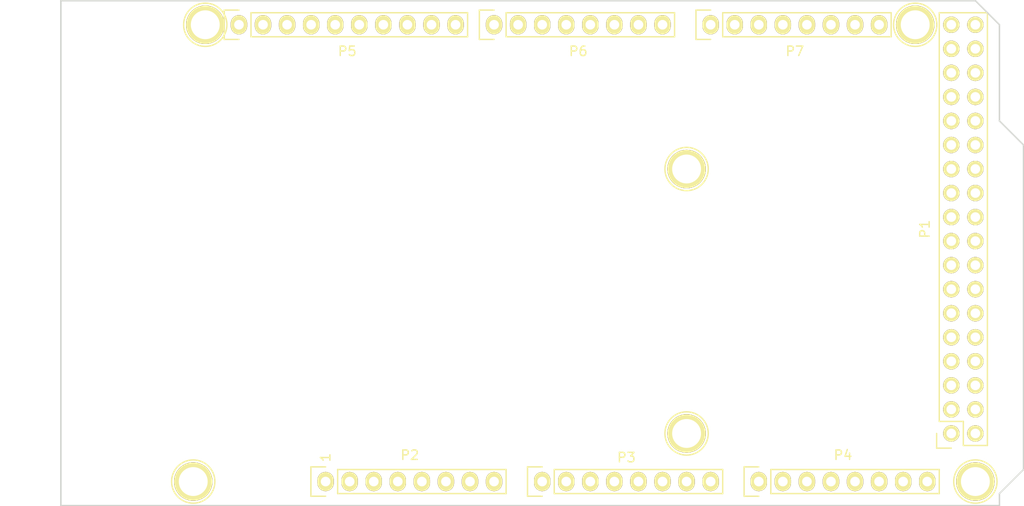
<source format=kicad_pcb>
(kicad_pcb (version 20221018) (generator pcbnew)
  (title_block (date "mar. 31 mars 2015"))
  (layers (0 "F.Cu" signal) (31 "B.Cu" signal) (34 "B.Paste" user) (35 "F.Paste" user) (36 "B.SilkS" user "B.Silkscreen") (37 "F.SilkS" user "F.Silkscreen") (38 "B.Mask" user) (39 "F.Mask" user) (44 "Edge.Cuts" user))
  (net 0 "")
  (net 1 "GND")
  (net 2 "/52(SCK)")
  (net 3 "/53(SS)")
  (net 4 "/50(MISO)")
  (net 5 "/51(MOSI)")
  (net 6 "/48")
  (net 7 "/49")
  (net 8 "/46")
  (net 9 "/47")
  (net 10 "/44")
  (net 11 "/45")
  (net 12 "/42")
  (net 13 "/43")
  (net 14 "/40")
  (net 15 "/41")
  (net 16 "/38")
  (net 17 "/39")
  (net 18 "/36")
  (net 19 "/37")
  (net 20 "/34")
  (net 21 "/35")
  (net 22 "/32")
  (net 23 "/33")
  (net 24 "/30")
  (net 25 "/31")
  (net 26 "/28")
  (net 27 "/29")
  (net 28 "/26")
  (net 29 "/27")
  (net 30 "/24")
  (net 31 "/25")
  (net 32 "/22")
  (net 33 "/23")
  (net 34 "+5V")
  (net 35 "/IOREF")
  (net 36 "/Reset")
  (net 37 "/Vin")
  (net 38 "/A0")
  (net 39 "/A1")
  (net 40 "/A2")
  (net 41 "/A3")
  (net 42 "/A4")
  (net 43 "/A5")
  (net 44 "/A6")
  (net 45 "/A7")
  (net 46 "/A8")
  (net 47 "/A9")
  (net 48 "/A10")
  (net 49 "/A11")
  (net 50 "/A12")
  (net 51 "/A13")
  (net 52 "/A14")
  (net 53 "/A15")
  (net 54 "/SCL")
  (net 55 "/SDA")
  (net 56 "/AREF")
  (net 57 "/13(**)")
  (net 58 "/12(**)")
  (net 59 "/11(**)")
  (net 60 "/10(**)")
  (net 61 "/9(**)")
  (net 62 "/8(**)")
  (net 63 "/7(**)")
  (net 64 "/6(**)")
  (net 65 "/5(**)")
  (net 66 "/4(**)")
  (net 67 "/3(**)")
  (net 68 "/2(**)")
  (net 69 "/20(SDA)")
  (net 70 "/21(SCL)")
  (net 71 "Net-(P8-Pad1)")
  (net 72 "Net-(P9-Pad1)")
  (net 73 "Net-(P10-Pad1)")
  (net 74 "Net-(P11-Pad1)")
  (net 75 "Net-(P12-Pad1)")
  (net 76 "Net-(P13-Pad1)")
  (net 77 "Net-(P2-Pad1)")
  (net 78 "+3V3")
  (net 79 "/1(Tx0)")
  (net 80 "/0(Rx0)")
  (net 81 "/14(Tx3)")
  (net 82 "/15(Rx3)")
  (net 83 "/16(Tx2)")
  (net 84 "/17(Rx2)")
  (net 85 "/18(Tx1)")
  (net 86 "/19(Rx1)")
  (footprint "Socket_Arduino_Mega:Socket_Strip_Arduino_2x18" (layer "F.Cu") (at 197.358 114.046 90)
    (fp_text reference "P1" (at 21.59 -2.794 90) (layer "F.SilkS"))
    (fp_text value "Digital")
    (fp_line (start -1.55 -1.55) (end -1.55 0) (stroke (width 0.15)) (layer "F.SilkS"))
    (fp_line (start -1.27 1.27) (end 1.27 1.27) (stroke (width 0.15)) (layer "F.SilkS"))
    (fp_line (start -1.27 3.81) (end -1.27 1.27) (stroke (width 0.15)) (layer "F.SilkS"))
    (fp_line (start -1.27 3.81) (end 44.45 3.81) (stroke (width 0.15)) (layer "F.SilkS"))
    (fp_line (start 0 -1.55) (end -1.55 -1.55) (stroke (width 0.15)) (layer "F.SilkS"))
    (fp_line (start 1.27 1.27) (end 1.27 -1.27) (stroke (width 0.15)) (layer "F.SilkS"))
    (fp_line (start 44.45 -1.27) (end 1.27 -1.27) (stroke (width 0.15)) (layer "F.SilkS"))
    (fp_line (start 44.45 3.81) (end 44.45 -1.27) (stroke (width 0.15)) (layer "F.SilkS"))
    (pad "1" thru_hole circle locked (at 0 0 90) (size 1.7272 1.7272) (drill 1.016) (layers "*.Cu" "*.Mask" "F.SilkS") (net 1 "GND"))
    (pad "2" thru_hole oval locked (at 0 2.54 90) (size 1.7272 1.7272) (drill 1.016) (layers "*.Cu" "*.Mask" "F.SilkS") (net 1 "GND"))
    (pad "3" thru_hole oval locked (at 2.54 0 90) (size 1.7272 1.7272) (drill 1.016) (layers "*.Cu" "*.Mask" "F.SilkS") (net 2 "/52(SCK)"))
    (pad "4" thru_hole oval locked (at 2.54 2.54 90) (size 1.7272 1.7272) (drill 1.016) (layers "*.Cu" "*.Mask" "F.SilkS") (net 3 "/53(SS)"))
    (pad "5" thru_hole oval locked (at 5.08 0 90) (size 1.7272 1.7272) (drill 1.016) (layers "*.Cu" "*.Mask" "F.SilkS") (net 4 "/50(MISO)"))
    (pad "6" thru_hole oval locked (at 5.08 2.54 90) (size 1.7272 1.7272) (drill 1.016) (layers "*.Cu" "*.Mask" "F.SilkS") (net 5 "/51(MOSI)"))
    (pad "7" thru_hole oval locked (at 7.62 0 90) (size 1.7272 1.7272) (drill 1.016) (layers "*.Cu" "*.Mask" "F.SilkS") (net 6 "/48"))
    (pad "8" thru_hole oval locked (at 7.62 2.54 90) (size 1.7272 1.7272) (drill 1.016) (layers "*.Cu" "*.Mask" "F.SilkS") (net 7 "/49"))
    (pad "9" thru_hole oval locked (at 10.16 0 90) (size 1.7272 1.7272) (drill 1.016) (layers "*.Cu" "*.Mask" "F.SilkS") (net 8 "/46"))
    (pad "10" thru_hole oval locked (at 10.16 2.54 90) (size 1.7272 1.7272) (drill 1.016) (layers "*.Cu" "*.Mask" "F.SilkS") (net 9 "/47"))
    (pad "11" thru_hole oval locked (at 12.7 0 90) (size 1.7272 1.7272) (drill 1.016) (layers "*.Cu" "*.Mask" "F.SilkS") (net 10 "/44"))
    (pad "12" thru_hole oval locked (at 12.7 2.54 90) (size 1.7272 1.7272) (drill 1.016) (layers "*.Cu" "*.Mask" "F.SilkS") (net 11 "/45"))
    (pad "13" thru_hole oval locked (at 15.24 0 90) (size 1.7272 1.7272) (drill 1.016) (layers "*.Cu" "*.Mask" "F.SilkS") (net 12 "/42"))
    (pad "14" thru_hole oval locked (at 15.24 2.54 90) (size 1.7272 1.7272) (drill 1.016) (layers "*.Cu" "*.Mask" "F.SilkS") (net 13 "/43"))
    (pad "15" thru_hole oval locked (at 17.78 0 90) (size 1.7272 1.7272) (drill 1.016) (layers "*.Cu" "*.Mask" "F.SilkS") (net 14 "/40"))
    (pad "16" thru_hole oval locked (at 17.78 2.54 90) (size 1.7272 1.7272) (drill 1.016) (layers "*.Cu" "*.Mask" "F.SilkS") (net 15 "/41"))
    (pad "17" thru_hole oval locked (at 20.32 0 90) (size 1.7272 1.7272) (drill 1.016) (layers "*.Cu" "*.Mask" "F.SilkS") (net 16 "/38"))
    (pad "18" thru_hole oval locked (at 20.32 2.54 90) (size 1.7272 1.7272) (drill 1.016) (layers "*.Cu" "*.Mask" "F.SilkS") (net 17 "/39"))
    (pad "19" thru_hole oval locked (at 22.86 0 90) (size 1.7272 1.7272) (drill 1.016) (layers "*.Cu" "*.Mask" "F.SilkS") (net 18 "/36"))
    (pad "20" thru_hole oval locked (at 22.86 2.54 90) (size 1.7272 1.7272) (drill 1.016) (layers "*.Cu" "*.Mask" "F.SilkS") (net 19 "/37"))
    (pad "21" thru_hole oval locked (at 25.4 0 90) (size 1.7272 1.7272) (drill 1.016) (layers "*.Cu" "*.Mask" "F.SilkS") (net 20 "/34"))
    (pad "22" thru_hole oval locked (at 25.4 2.54 90) (size 1.7272 1.7272) (drill 1.016) (layers "*.Cu" "*.Mask" "F.SilkS") (net 21 "/35"))
    (pad "23" thru_hole oval locked (at 27.94 0 90) (size 1.7272 1.7272) (drill 1.016) (layers "*.Cu" "*.Mask" "F.SilkS") (net 22 "/32"))
    (pad "24" thru_hole oval locked (at 27.94 2.54 90) (size 1.7272 1.7272) (drill 1.016) (layers "*.Cu" "*.Mask" "F.SilkS") (net 23 "/33"))
    (pad "25" thru_hole oval locked (at 30.48 0 90) (size 1.7272 1.7272) (drill 1.016) (layers "*.Cu" "*.Mask" "F.SilkS") (net 24 "/30"))
    (pad "26" thru_hole oval locked (at 30.48 2.54 90) (size 1.7272 1.7272) (drill 1.016) (layers "*.Cu" "*.Mask" "F.SilkS") (net 25 "/31"))
    (pad "27" thru_hole oval locked (at 33.02 0 90) (size 1.7272 1.7272) (drill 1.016) (layers "*.Cu" "*.Mask" "F.SilkS") (net 26 "/28"))
    (pad "28" thru_hole oval locked (at 33.02 2.54 90) (size 1.7272 1.7272) (drill 1.016) (layers "*.Cu" "*.Mask" "F.SilkS") (net 27 "/29"))
    (pad "29" thru_hole oval locked (at 35.56 0 90) (size 1.7272 1.7272) (drill 1.016) (layers "*.Cu" "*.Mask" "F.SilkS") (net 28 "/26"))
    (pad "30" thru_hole oval locked (at 35.56 2.54 90) (size 1.7272 1.7272) (drill 1.016) (layers "*.Cu" "*.Mask" "F.SilkS") (net 29 "/27"))
    (pad "31" thru_hole oval locked (at 38.1 0 90) (size 1.7272 1.7272) (drill 1.016) (layers "*.Cu" "*.Mask" "F.SilkS") (net 30 "/24"))
    (pad "32" thru_hole oval locked (at 38.1 2.54 90) (size 1.7272 1.7272) (drill 1.016) (layers "*.Cu" "*.Mask" "F.SilkS") (net 31 "/25"))
    (pad "33" thru_hole oval locked (at 40.64 0 90) (size 1.7272 1.7272) (drill 1.016) (layers "*.Cu" "*.Mask" "F.SilkS") (net 32 "/22"))
    (pad "34" thru_hole oval locked (at 40.64 2.54 90) (size 1.7272 1.7272) (drill 1.016) (layers "*.Cu" "*.Mask" "F.SilkS") (net 33 "/23"))
    (pad "35" thru_hole oval locked (at 43.18 0 90) (size 1.7272 1.7272) (drill 1.016) (layers "*.Cu" "*.Mask" "F.SilkS") (net 34 "+5V"))
    (pad "36" thru_hole oval locked (at 43.18 2.54 90) (size 1.7272 1.7272) (drill 1.016) (layers "*.Cu" "*.Mask" "F.SilkS") (net 34 "+5V"))
  )
  (footprint "Socket_Arduino_Mega:Socket_Strip_Arduino_1x08" (layer "F.Cu") (at 131.318 119.126)
    (fp_text reference "P2" (at 8.89 -2.794) (layer "F.SilkS"))
    (fp_text value "Power")
    (fp_line (start -1.55 -1.55) (end -1.55 1.55) (stroke (width 0.15)) (layer "F.SilkS"))
    (fp_line (start -1.55 1.55) (end 0 1.55) (stroke (width 0.15)) (layer "F.SilkS"))
    (fp_line (start 0 -1.55) (end -1.55 -1.55) (stroke (width 0.15)) (layer "F.SilkS"))
    (fp_line (start 1.27 1.27) (end 1.27 -1.27) (stroke (width 0.15)) (layer "F.SilkS"))
    (fp_line (start 1.27 1.27) (end 19.05 1.27) (stroke (width 0.15)) (layer "F.SilkS"))
    (fp_line (start 19.05 -1.27) (end 1.27 -1.27) (stroke (width 0.15)) (layer "F.SilkS"))
    (fp_line (start 19.05 1.27) (end 19.05 -1.27) (stroke (width 0.15)) (layer "F.SilkS"))
    (pad "1" thru_hole oval locked (at 0 0) (size 1.7272 2.032) (drill 1.016) (layers "*.Cu" "*.Mask" "F.SilkS") (net 77 "Net-(P2-Pad1)"))
    (pad "2" thru_hole oval locked (at 2.54 0) (size 1.7272 2.032) (drill 1.016) (layers "*.Cu" "*.Mask" "F.SilkS") (net 35 "/IOREF"))
    (pad "3" thru_hole oval locked (at 5.08 0) (size 1.7272 2.032) (drill 1.016) (layers "*.Cu" "*.Mask" "F.SilkS") (net 36 "/Reset"))
    (pad "4" thru_hole oval locked (at 7.62 0) (size 1.7272 2.032) (drill 1.016) (layers "*.Cu" "*.Mask" "F.SilkS") (net 78 "+3V3"))
    (pad "5" thru_hole oval locked (at 10.16 0) (size 1.7272 2.032) (drill 1.016) (layers "*.Cu" "*.Mask" "F.SilkS") (net 34 "+5V"))
    (pad "6" thru_hole oval locked (at 12.7 0) (size 1.7272 2.032) (drill 1.016) (layers "*.Cu" "*.Mask" "F.SilkS") (net 1 "GND"))
    (pad "7" thru_hole oval locked (at 15.24 0) (size 1.7272 2.032) (drill 1.016) (layers "*.Cu" "*.Mask" "F.SilkS") (net 1 "GND"))
    (pad "8" thru_hole oval locked (at 17.78 0) (size 1.7272 2.032) (drill 1.016) (layers "*.Cu" "*.Mask" "F.SilkS") (net 37 "/Vin"))
  )
  (footprint "Socket_Arduino_Mega:Socket_Strip_Arduino_1x08" (layer "F.Cu") (at 154.178 119.126)
    (fp_text reference "P3" (at 8.89 -2.54) (layer "F.SilkS"))
    (fp_text value "Analog")
    (fp_line (start -1.55 -1.55) (end -1.55 1.55) (stroke (width 0.15)) (layer "F.SilkS"))
    (fp_line (start -1.55 1.55) (end 0 1.55) (stroke (width 0.15)) (layer "F.SilkS"))
    (fp_line (start 0 -1.55) (end -1.55 -1.55) (stroke (width 0.15)) (layer "F.SilkS"))
    (fp_line (start 1.27 1.27) (end 1.27 -1.27) (stroke (width 0.15)) (layer "F.SilkS"))
    (fp_line (start 1.27 1.27) (end 19.05 1.27) (stroke (width 0.15)) (layer "F.SilkS"))
    (fp_line (start 19.05 -1.27) (end 1.27 -1.27) (stroke (width 0.15)) (layer "F.SilkS"))
    (fp_line (start 19.05 1.27) (end 19.05 -1.27) (stroke (width 0.15)) (layer "F.SilkS"))
    (pad "1" thru_hole oval locked (at 0 0) (size 1.7272 2.032) (drill 1.016) (layers "*.Cu" "*.Mask" "F.SilkS") (net 38 "/A0"))
    (pad "2" thru_hole oval locked (at 2.54 0) (size 1.7272 2.032) (drill 1.016) (layers "*.Cu" "*.Mask" "F.SilkS") (net 39 "/A1"))
    (pad "3" thru_hole oval locked (at 5.08 0) (size 1.7272 2.032) (drill 1.016) (layers "*.Cu" "*.Mask" "F.SilkS") (net 40 "/A2"))
    (pad "4" thru_hole oval locked (at 7.62 0) (size 1.7272 2.032) (drill 1.016) (layers "*.Cu" "*.Mask" "F.SilkS") (net 41 "/A3"))
    (pad "5" thru_hole oval locked (at 10.16 0) (size 1.7272 2.032) (drill 1.016) (layers "*.Cu" "*.Mask" "F.SilkS") (net 42 "/A4"))
    (pad "6" thru_hole oval locked (at 12.7 0) (size 1.7272 2.032) (drill 1.016) (layers "*.Cu" "*.Mask" "F.SilkS") (net 43 "/A5"))
    (pad "7" thru_hole oval locked (at 15.24 0) (size 1.7272 2.032) (drill 1.016) (layers "*.Cu" "*.Mask" "F.SilkS") (net 44 "/A6"))
    (pad "8" thru_hole oval locked (at 17.78 0) (size 1.7272 2.032) (drill 1.016) (layers "*.Cu" "*.Mask" "F.SilkS") (net 45 "/A7"))
  )
  (footprint "Socket_Arduino_Mega:Socket_Strip_Arduino_1x08" (layer "F.Cu") (at 177.038 119.126)
    (fp_text reference "P4" (at 8.89 -2.794) (layer "F.SilkS"))
    (fp_text value "Analog")
    (fp_line (start -1.55 -1.55) (end -1.55 1.55) (stroke (width 0.15)) (layer "F.SilkS"))
    (fp_line (start -1.55 1.55) (end 0 1.55) (stroke (width 0.15)) (layer "F.SilkS"))
    (fp_line (start 0 -1.55) (end -1.55 -1.55) (stroke (width 0.15)) (layer "F.SilkS"))
    (fp_line (start 1.27 1.27) (end 1.27 -1.27) (stroke (width 0.15)) (layer "F.SilkS"))
    (fp_line (start 1.27 1.27) (end 19.05 1.27) (stroke (width 0.15)) (layer "F.SilkS"))
    (fp_line (start 19.05 -1.27) (end 1.27 -1.27) (stroke (width 0.15)) (layer "F.SilkS"))
    (fp_line (start 19.05 1.27) (end 19.05 -1.27) (stroke (width 0.15)) (layer "F.SilkS"))
    (pad "1" thru_hole oval locked (at 0 0) (size 1.7272 2.032) (drill 1.016) (layers "*.Cu" "*.Mask" "F.SilkS") (net 46 "/A8"))
    (pad "2" thru_hole oval locked (at 2.54 0) (size 1.7272 2.032) (drill 1.016) (layers "*.Cu" "*.Mask" "F.SilkS") (net 47 "/A9"))
    (pad "3" thru_hole oval locked (at 5.08 0) (size 1.7272 2.032) (drill 1.016) (layers "*.Cu" "*.Mask" "F.SilkS") (net 48 "/A10"))
    (pad "4" thru_hole oval locked (at 7.62 0) (size 1.7272 2.032) (drill 1.016) (layers "*.Cu" "*.Mask" "F.SilkS") (net 49 "/A11"))
    (pad "5" thru_hole oval locked (at 10.16 0) (size 1.7272 2.032) (drill 1.016) (layers "*.Cu" "*.Mask" "F.SilkS") (net 50 "/A12"))
    (pad "6" thru_hole oval locked (at 12.7 0) (size 1.7272 2.032) (drill 1.016) (layers "*.Cu" "*.Mask" "F.SilkS") (net 51 "/A13"))
    (pad "7" thru_hole oval locked (at 15.24 0) (size 1.7272 2.032) (drill 1.016) (layers "*.Cu" "*.Mask" "F.SilkS") (net 52 "/A14"))
    (pad "8" thru_hole oval locked (at 17.78 0) (size 1.7272 2.032) (drill 1.016) (layers "*.Cu" "*.Mask" "F.SilkS") (net 53 "/A15"))
  )
  (footprint "Socket_Arduino_Mega:Socket_Strip_Arduino_1x10" (layer "F.Cu") (at 122.174 70.866)
    (fp_text reference "P5" (at 11.43 2.794) (layer "F.SilkS"))
    (fp_text value "PWM")
    (fp_line (start -1.55 -1.55) (end -1.55 1.55) (stroke (width 0.15)) (layer "F.SilkS"))
    (fp_line (start -1.55 1.55) (end 0 1.55) (stroke (width 0.15)) (layer "F.SilkS"))
    (fp_line (start 0 -1.55) (end -1.55 -1.55) (stroke (width 0.15)) (layer "F.SilkS"))
    (fp_line (start 1.27 1.27) (end 1.27 -1.27) (stroke (width 0.15)) (layer "F.SilkS"))
    (fp_line (start 1.27 1.27) (end 24.13 1.27) (stroke (width 0.15)) (layer "F.SilkS"))
    (fp_line (start 24.13 -1.27) (end 1.27 -1.27) (stroke (width 0.15)) (layer "F.SilkS"))
    (fp_line (start 24.13 1.27) (end 24.13 -1.27) (stroke (width 0.15)) (layer "F.SilkS"))
    (pad "1" thru_hole oval locked (at 0 0) (size 1.7272 2.032) (drill 1.016) (layers "*.Cu" "*.Mask" "F.SilkS") (net 54 "/SCL"))
    (pad "2" thru_hole oval locked (at 2.54 0) (size 1.7272 2.032) (drill 1.016) (layers "*.Cu" "*.Mask" "F.SilkS") (net 55 "/SDA"))
    (pad "3" thru_hole oval locked (at 5.08 0) (size 1.7272 2.032) (drill 1.016) (layers "*.Cu" "*.Mask" "F.SilkS") (net 56 "/AREF"))
    (pad "4" thru_hole oval locked (at 7.62 0) (size 1.7272 2.032) (drill 1.016) (layers "*.Cu" "*.Mask" "F.SilkS") (net 1 "GND"))
    (pad "5" thru_hole oval locked (at 10.16 0) (size 1.7272 2.032) (drill 1.016) (layers "*.Cu" "*.Mask" "F.SilkS") (net 57 "/13(**)"))
    (pad "6" thru_hole oval locked (at 12.7 0) (size 1.7272 2.032) (drill 1.016) (layers "*.Cu" "*.Mask" "F.SilkS") (net 58 "/12(**)"))
    (pad "7" thru_hole oval locked (at 15.24 0) (size 1.7272 2.032) (drill 1.016) (layers "*.Cu" "*.Mask" "F.SilkS") (net 59 "/11(**)"))
    (pad "8" thru_hole oval locked (at 17.78 0) (size 1.7272 2.032) (drill 1.016) (layers "*.Cu" "*.Mask" "F.SilkS") (net 60 "/10(**)"))
    (pad "9" thru_hole oval locked (at 20.32 0) (size 1.7272 2.032) (drill 1.016) (layers "*.Cu" "*.Mask" "F.SilkS") (net 61 "/9(**)"))
    (pad "10" thru_hole oval locked (at 22.86 0) (size 1.7272 2.032) (drill 1.016) (layers "*.Cu" "*.Mask" "F.SilkS") (net 62 "/8(**)"))
  )
  (footprint "Socket_Arduino_Mega:Socket_Strip_Arduino_1x08" (layer "F.Cu") (at 149.098 70.866)
    (fp_text reference "P6" (at 8.89 2.794) (layer "F.SilkS"))
    (fp_text value "PWM")
    (fp_line (start -1.55 -1.55) (end -1.55 1.55) (stroke (width 0.15)) (layer "F.SilkS"))
    (fp_line (start -1.55 1.55) (end 0 1.55) (stroke (width 0.15)) (layer "F.SilkS"))
    (fp_line (start 0 -1.55) (end -1.55 -1.55) (stroke (width 0.15)) (layer "F.SilkS"))
    (fp_line (start 1.27 1.27) (end 1.27 -1.27) (stroke (width 0.15)) (layer "F.SilkS"))
    (fp_line (start 1.27 1.27) (end 19.05 1.27) (stroke (width 0.15)) (layer "F.SilkS"))
    (fp_line (start 19.05 -1.27) (end 1.27 -1.27) (stroke (width 0.15)) (layer "F.SilkS"))
    (fp_line (start 19.05 1.27) (end 19.05 -1.27) (stroke (width 0.15)) (layer "F.SilkS"))
    (pad "1" thru_hole oval locked (at 0 0) (size 1.7272 2.032) (drill 1.016) (layers "*.Cu" "*.Mask" "F.SilkS") (net 63 "/7(**)"))
    (pad "2" thru_hole oval locked (at 2.54 0) (size 1.7272 2.032) (drill 1.016) (layers "*.Cu" "*.Mask" "F.SilkS") (net 64 "/6(**)"))
    (pad "3" thru_hole oval locked (at 5.08 0) (size 1.7272 2.032) (drill 1.016) (layers "*.Cu" "*.Mask" "F.SilkS") (net 65 "/5(**)"))
    (pad "4" thru_hole oval locked (at 7.62 0) (size 1.7272 2.032) (drill 1.016) (layers "*.Cu" "*.Mask" "F.SilkS") (net 66 "/4(**)"))
    (pad "5" thru_hole oval locked (at 10.16 0) (size 1.7272 2.032) (drill 1.016) (layers "*.Cu" "*.Mask" "F.SilkS") (net 67 "/3(**)"))
    (pad "6" thru_hole oval locked (at 12.7 0) (size 1.7272 2.032) (drill 1.016) (layers "*.Cu" "*.Mask" "F.SilkS") (net 68 "/2(**)"))
    (pad "7" thru_hole oval locked (at 15.24 0) (size 1.7272 2.032) (drill 1.016) (layers "*.Cu" "*.Mask" "F.SilkS") (net 79 "/1(Tx0)"))
    (pad "8" thru_hole oval locked (at 17.78 0) (size 1.7272 2.032) (drill 1.016) (layers "*.Cu" "*.Mask" "F.SilkS") (net 80 "/0(Rx0)"))
  )
  (footprint "Socket_Arduino_Mega:Socket_Strip_Arduino_1x08" (layer "F.Cu") (at 171.958 70.866)
    (fp_text reference "P7" (at 8.89 2.794) (layer "F.SilkS"))
    (fp_text value "Communication")
    (fp_line (start -1.55 -1.55) (end -1.55 1.55) (stroke (width 0.15)) (layer "F.SilkS"))
    (fp_line (start -1.55 1.55) (end 0 1.55) (stroke (width 0.15)) (layer "F.SilkS"))
    (fp_line (start 0 -1.55) (end -1.55 -1.55) (stroke (width 0.15)) (layer "F.SilkS"))
    (fp_line (start 1.27 1.27) (end 1.27 -1.27) (stroke (width 0.15)) (layer "F.SilkS"))
    (fp_line (start 1.27 1.27) (end 19.05 1.27) (stroke (width 0.15)) (layer "F.SilkS"))
    (fp_line (start 19.05 -1.27) (end 1.27 -1.27) (stroke (width 0.15)) (layer "F.SilkS"))
    (fp_line (start 19.05 1.27) (end 19.05 -1.27) (stroke (width 0.15)) (layer "F.SilkS"))
    (pad "1" thru_hole oval locked (at 0 0) (size 1.7272 2.032) (drill 1.016) (layers "*.Cu" "*.Mask" "F.SilkS") (net 81 "/14(Tx3)"))
    (pad "2" thru_hole oval locked (at 2.54 0) (size 1.7272 2.032) (drill 1.016) (layers "*.Cu" "*.Mask" "F.SilkS") (net 82 "/15(Rx3)"))
    (pad "3" thru_hole oval locked (at 5.08 0) (size 1.7272 2.032) (drill 1.016) (layers "*.Cu" "*.Mask" "F.SilkS") (net 83 "/16(Tx2)"))
    (pad "4" thru_hole oval locked (at 7.62 0) (size 1.7272 2.032) (drill 1.016) (layers "*.Cu" "*.Mask" "F.SilkS") (net 84 "/17(Rx2)"))
    (pad "5" thru_hole oval locked (at 10.16 0) (size 1.7272 2.032) (drill 1.016) (layers "*.Cu" "*.Mask" "F.SilkS") (net 85 "/18(Tx1)"))
    (pad "6" thru_hole oval locked (at 12.7 0) (size 1.7272 2.032) (drill 1.016) (layers "*.Cu" "*.Mask" "F.SilkS") (net 86 "/19(Rx1)"))
    (pad "7" thru_hole oval locked (at 15.24 0) (size 1.7272 2.032) (drill 1.016) (layers "*.Cu" "*.Mask" "F.SilkS") (net 69 "/20(SDA)"))
    (pad "8" thru_hole oval locked (at 17.78 0) (size 1.7272 2.032) (drill 1.016) (layers "*.Cu" "*.Mask" "F.SilkS") (net 70 "/21(SCL)"))
  )
  (footprint "Socket_Arduino_Mega:Arduino_1pin" (layer "F.Cu") (at 117.348 119.126)
    (fp_text reference "P8" hide)
    (fp_text value "CONN_1" hide)
    (fp_circle (center 0 0) (end 0 -2.286) (stroke (width 0.15)) (fill none) (layer "F.SilkS"))
    (pad "1" thru_hole circle locked (at 0 0) (size 4.064 4.064) (drill 3.048) (layers "*.Cu" "*.Mask" "F.SilkS") (net 71 "Net-(P8-Pad1)"))
  )
  (footprint "Socket_Arduino_Mega:Arduino_1pin" (layer "F.Cu") (at 169.418 114.046)
    (fp_text reference "P9" hide)
    (fp_text value "CONN_1" hide)
    (fp_circle (center 0 0) (end 0 -2.286) (stroke (width 0.15)) (fill none) (layer "F.SilkS"))
    (pad "1" thru_hole circle locked (at 0 0) (size 4.064 4.064) (drill 3.048) (layers "*.Cu" "*.Mask" "F.SilkS") (net 72 "Net-(P9-Pad1)"))
  )
  (footprint "Socket_Arduino_Mega:Arduino_1pin" (layer "F.Cu") (at 199.898 119.126)
    (fp_text reference "P10" hide)
    (fp_text value "CONN_1" hide)
    (fp_circle (center 0 0) (end 0 -2.286) (stroke (width 0.15)) (fill none) (layer "F.SilkS"))
    (pad "1" thru_hole circle locked (at 0 0) (size 4.064 4.064) (drill 3.048) (layers "*.Cu" "*.Mask" "F.SilkS") (net 73 "Net-(P10-Pad1)"))
  )
  (footprint "Socket_Arduino_Mega:Arduino_1pin" (layer "F.Cu") (at 118.618 70.866)
    (fp_text reference "P11" hide)
    (fp_text value "CONN_1" hide)
    (fp_circle (center 0 0) (end 0 -2.286) (stroke (width 0.15)) (fill none) (layer "F.SilkS"))
    (pad "1" thru_hole circle locked (at 0 0) (size 4.064 4.064) (drill 3.048) (layers "*.Cu" "*.Mask" "F.SilkS") (net 74 "Net-(P11-Pad1)"))
  )
  (footprint "Socket_Arduino_Mega:Arduino_1pin" (layer "F.Cu") (at 169.418 86.106)
    (fp_text reference "P12" hide)
    (fp_text value "CONN_1" hide)
    (fp_circle (center 0 0) (end 0 -2.286) (stroke (width 0.15)) (fill none) (layer "F.SilkS"))
    (pad "1" thru_hole circle locked (at 0 0) (size 4.064 4.064) (drill 3.048) (layers "*.Cu" "*.Mask" "F.SilkS") (net 75 "Net-(P12-Pad1)"))
  )
  (footprint "Socket_Arduino_Mega:Arduino_1pin" (layer "F.Cu") (at 193.548 70.866)
    (fp_text reference "P13" hide)
    (fp_text value "CONN_1" hide)
    (fp_circle (center 0 0) (end 0 -2.286) (stroke (width 0.15)) (fill none) (layer "F.SilkS"))
    (pad "1" thru_hole circle locked (at 0 0) (size 4.064 4.064) (drill 3.048) (layers "*.Cu" "*.Mask" "F.SilkS") (net 76 "Net-(P13-Pad1)"))
  )
  (gr_line (start 202.438 81.026) (end 204.978 83.566) (stroke (width 0.15)) (layer "Edge.Cuts"))
  (gr_line (start 103.378 68.326) (end 199.898 68.326) (stroke (width 0.15)) (layer "Edge.Cuts"))
  (gr_line (start 199.898 68.326) (end 202.438 70.866) (stroke (width 0.15)) (layer "Edge.Cuts"))
  (gr_line (start 202.438 120.396) (end 202.438 121.666) (stroke (width 0.15)) (layer "Edge.Cuts"))
  (gr_line (start 103.378 121.666) (end 103.378 68.326) (stroke (width 0.15)) (layer "Edge.Cuts"))
  (gr_line (start 202.438 70.866) (end 202.438 81.026) (stroke (width 0.15)) (layer "Edge.Cuts"))
  (gr_line (start 204.978 83.566) (end 204.978 117.856) (stroke (width 0.15)) (layer "Edge.Cuts"))
  (gr_line (start 202.438 121.666) (end 103.378 121.666) (stroke (width 0.15)) (layer "Edge.Cuts"))
  (gr_line (start 204.978 117.856) (end 202.438 120.396) (stroke (width 0.15)) (layer "Edge.Cuts"))
  (gr_text "1" (at 131.318 116.586 90) (layer "F.SilkS") (effects (font (size 1 1))))
)
</source>
